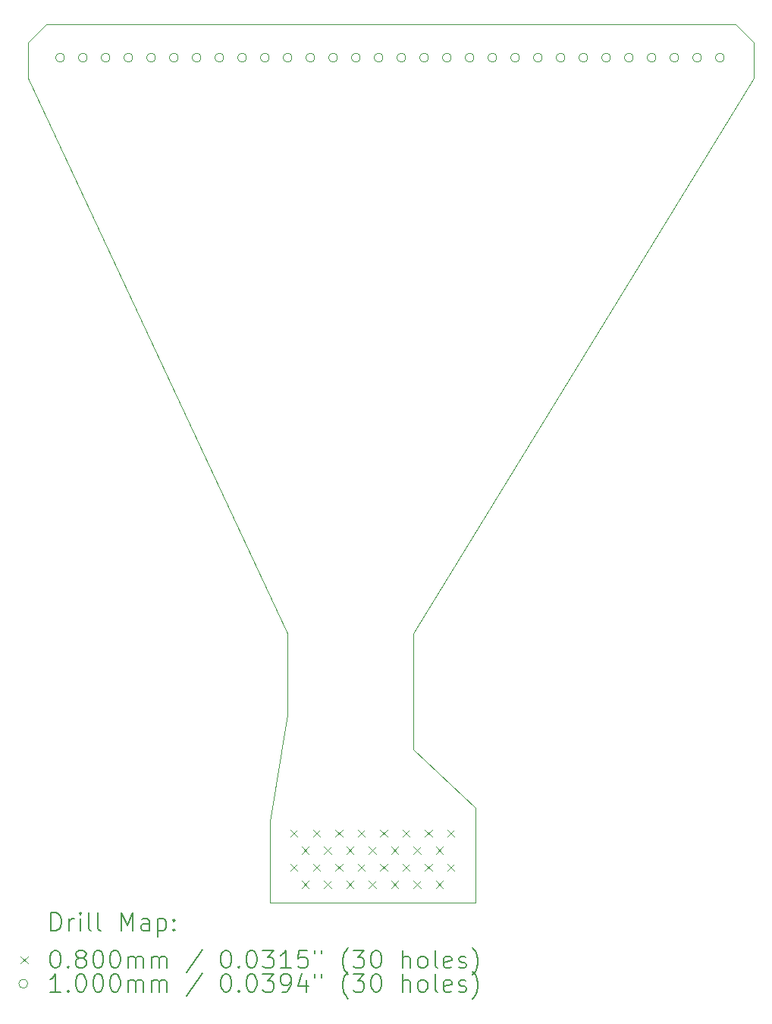
<source format=gbr>
%TF.GenerationSoftware,KiCad,Pcbnew,9.0.1*%
%TF.CreationDate,2025-04-18T23:06:30-04:00*%
%TF.ProjectId,PCE_SCSI_Logic,5043455f-5343-4534-995f-4c6f6769632e,rev?*%
%TF.SameCoordinates,Original*%
%TF.FileFunction,Drillmap*%
%TF.FilePolarity,Positive*%
%FSLAX45Y45*%
G04 Gerber Fmt 4.5, Leading zero omitted, Abs format (unit mm)*
G04 Created by KiCad (PCBNEW 9.0.1) date 2025-04-18 23:06:30*
%MOMM*%
%LPD*%
G01*
G04 APERTURE LIST*
%ADD10C,0.050000*%
%ADD11C,0.200000*%
%ADD12C,0.100000*%
G04 APERTURE END LIST*
D10*
X19100000Y-6200000D02*
X19100000Y-6600000D01*
X15300000Y-12800000D01*
X15300000Y-14095000D01*
X15995000Y-14745000D01*
X16000000Y-15800000D01*
X13800000Y-15800000D01*
X13700000Y-15800000D01*
X13700000Y-14900000D01*
X13900000Y-13700000D01*
X13900000Y-12800000D01*
X11000000Y-6600000D01*
X11000000Y-6200000D01*
X11200000Y-6000000D01*
X18900000Y-6000000D01*
X19100000Y-6200000D01*
D11*
D12*
X13930000Y-14988500D02*
X14010000Y-15068500D01*
X14010000Y-14988500D02*
X13930000Y-15068500D01*
X13930000Y-15369500D02*
X14010000Y-15449500D01*
X14010000Y-15369500D02*
X13930000Y-15449500D01*
X14055000Y-15179000D02*
X14135000Y-15259000D01*
X14135000Y-15179000D02*
X14055000Y-15259000D01*
X14055000Y-15560000D02*
X14135000Y-15640000D01*
X14135000Y-15560000D02*
X14055000Y-15640000D01*
X14180000Y-14988500D02*
X14260000Y-15068500D01*
X14260000Y-14988500D02*
X14180000Y-15068500D01*
X14180000Y-15369500D02*
X14260000Y-15449500D01*
X14260000Y-15369500D02*
X14180000Y-15449500D01*
X14305000Y-15179000D02*
X14385000Y-15259000D01*
X14385000Y-15179000D02*
X14305000Y-15259000D01*
X14305000Y-15560000D02*
X14385000Y-15640000D01*
X14385000Y-15560000D02*
X14305000Y-15640000D01*
X14430000Y-14988500D02*
X14510000Y-15068500D01*
X14510000Y-14988500D02*
X14430000Y-15068500D01*
X14430000Y-15369500D02*
X14510000Y-15449500D01*
X14510000Y-15369500D02*
X14430000Y-15449500D01*
X14555000Y-15179000D02*
X14635000Y-15259000D01*
X14635000Y-15179000D02*
X14555000Y-15259000D01*
X14555000Y-15560000D02*
X14635000Y-15640000D01*
X14635000Y-15560000D02*
X14555000Y-15640000D01*
X14680000Y-14988500D02*
X14760000Y-15068500D01*
X14760000Y-14988500D02*
X14680000Y-15068500D01*
X14680000Y-15369500D02*
X14760000Y-15449500D01*
X14760000Y-15369500D02*
X14680000Y-15449500D01*
X14805000Y-15179000D02*
X14885000Y-15259000D01*
X14885000Y-15179000D02*
X14805000Y-15259000D01*
X14805000Y-15560000D02*
X14885000Y-15640000D01*
X14885000Y-15560000D02*
X14805000Y-15640000D01*
X14930000Y-14988500D02*
X15010000Y-15068500D01*
X15010000Y-14988500D02*
X14930000Y-15068500D01*
X14930000Y-15369500D02*
X15010000Y-15449500D01*
X15010000Y-15369500D02*
X14930000Y-15449500D01*
X15055000Y-15179000D02*
X15135000Y-15259000D01*
X15135000Y-15179000D02*
X15055000Y-15259000D01*
X15055000Y-15560000D02*
X15135000Y-15640000D01*
X15135000Y-15560000D02*
X15055000Y-15640000D01*
X15180000Y-14988500D02*
X15260000Y-15068500D01*
X15260000Y-14988500D02*
X15180000Y-15068500D01*
X15180000Y-15369500D02*
X15260000Y-15449500D01*
X15260000Y-15369500D02*
X15180000Y-15449500D01*
X15305000Y-15179000D02*
X15385000Y-15259000D01*
X15385000Y-15179000D02*
X15305000Y-15259000D01*
X15305000Y-15560000D02*
X15385000Y-15640000D01*
X15385000Y-15560000D02*
X15305000Y-15640000D01*
X15430000Y-14988500D02*
X15510000Y-15068500D01*
X15510000Y-14988500D02*
X15430000Y-15068500D01*
X15430000Y-15369500D02*
X15510000Y-15449500D01*
X15510000Y-15369500D02*
X15430000Y-15449500D01*
X15555000Y-15179000D02*
X15635000Y-15259000D01*
X15635000Y-15179000D02*
X15555000Y-15259000D01*
X15555000Y-15560000D02*
X15635000Y-15640000D01*
X15635000Y-15560000D02*
X15555000Y-15640000D01*
X15680000Y-14988500D02*
X15760000Y-15068500D01*
X15760000Y-14988500D02*
X15680000Y-15068500D01*
X15680000Y-15369500D02*
X15760000Y-15449500D01*
X15760000Y-15369500D02*
X15680000Y-15449500D01*
X11408000Y-6369500D02*
G75*
G02*
X11308000Y-6369500I-50000J0D01*
G01*
X11308000Y-6369500D02*
G75*
G02*
X11408000Y-6369500I50000J0D01*
G01*
X11662000Y-6369500D02*
G75*
G02*
X11562000Y-6369500I-50000J0D01*
G01*
X11562000Y-6369500D02*
G75*
G02*
X11662000Y-6369500I50000J0D01*
G01*
X11916000Y-6369500D02*
G75*
G02*
X11816000Y-6369500I-50000J0D01*
G01*
X11816000Y-6369500D02*
G75*
G02*
X11916000Y-6369500I50000J0D01*
G01*
X12170000Y-6369500D02*
G75*
G02*
X12070000Y-6369500I-50000J0D01*
G01*
X12070000Y-6369500D02*
G75*
G02*
X12170000Y-6369500I50000J0D01*
G01*
X12424000Y-6369500D02*
G75*
G02*
X12324000Y-6369500I-50000J0D01*
G01*
X12324000Y-6369500D02*
G75*
G02*
X12424000Y-6369500I50000J0D01*
G01*
X12678000Y-6369500D02*
G75*
G02*
X12578000Y-6369500I-50000J0D01*
G01*
X12578000Y-6369500D02*
G75*
G02*
X12678000Y-6369500I50000J0D01*
G01*
X12932000Y-6369500D02*
G75*
G02*
X12832000Y-6369500I-50000J0D01*
G01*
X12832000Y-6369500D02*
G75*
G02*
X12932000Y-6369500I50000J0D01*
G01*
X13186000Y-6369500D02*
G75*
G02*
X13086000Y-6369500I-50000J0D01*
G01*
X13086000Y-6369500D02*
G75*
G02*
X13186000Y-6369500I50000J0D01*
G01*
X13440000Y-6369500D02*
G75*
G02*
X13340000Y-6369500I-50000J0D01*
G01*
X13340000Y-6369500D02*
G75*
G02*
X13440000Y-6369500I50000J0D01*
G01*
X13694000Y-6369500D02*
G75*
G02*
X13594000Y-6369500I-50000J0D01*
G01*
X13594000Y-6369500D02*
G75*
G02*
X13694000Y-6369500I50000J0D01*
G01*
X13948000Y-6369500D02*
G75*
G02*
X13848000Y-6369500I-50000J0D01*
G01*
X13848000Y-6369500D02*
G75*
G02*
X13948000Y-6369500I50000J0D01*
G01*
X14202000Y-6369500D02*
G75*
G02*
X14102000Y-6369500I-50000J0D01*
G01*
X14102000Y-6369500D02*
G75*
G02*
X14202000Y-6369500I50000J0D01*
G01*
X14456000Y-6369500D02*
G75*
G02*
X14356000Y-6369500I-50000J0D01*
G01*
X14356000Y-6369500D02*
G75*
G02*
X14456000Y-6369500I50000J0D01*
G01*
X14710000Y-6369500D02*
G75*
G02*
X14610000Y-6369500I-50000J0D01*
G01*
X14610000Y-6369500D02*
G75*
G02*
X14710000Y-6369500I50000J0D01*
G01*
X14964000Y-6369500D02*
G75*
G02*
X14864000Y-6369500I-50000J0D01*
G01*
X14864000Y-6369500D02*
G75*
G02*
X14964000Y-6369500I50000J0D01*
G01*
X15218000Y-6369500D02*
G75*
G02*
X15118000Y-6369500I-50000J0D01*
G01*
X15118000Y-6369500D02*
G75*
G02*
X15218000Y-6369500I50000J0D01*
G01*
X15472000Y-6369500D02*
G75*
G02*
X15372000Y-6369500I-50000J0D01*
G01*
X15372000Y-6369500D02*
G75*
G02*
X15472000Y-6369500I50000J0D01*
G01*
X15726000Y-6369500D02*
G75*
G02*
X15626000Y-6369500I-50000J0D01*
G01*
X15626000Y-6369500D02*
G75*
G02*
X15726000Y-6369500I50000J0D01*
G01*
X15980000Y-6369500D02*
G75*
G02*
X15880000Y-6369500I-50000J0D01*
G01*
X15880000Y-6369500D02*
G75*
G02*
X15980000Y-6369500I50000J0D01*
G01*
X16234000Y-6369500D02*
G75*
G02*
X16134000Y-6369500I-50000J0D01*
G01*
X16134000Y-6369500D02*
G75*
G02*
X16234000Y-6369500I50000J0D01*
G01*
X16488000Y-6369500D02*
G75*
G02*
X16388000Y-6369500I-50000J0D01*
G01*
X16388000Y-6369500D02*
G75*
G02*
X16488000Y-6369500I50000J0D01*
G01*
X16742000Y-6369500D02*
G75*
G02*
X16642000Y-6369500I-50000J0D01*
G01*
X16642000Y-6369500D02*
G75*
G02*
X16742000Y-6369500I50000J0D01*
G01*
X16996000Y-6369500D02*
G75*
G02*
X16896000Y-6369500I-50000J0D01*
G01*
X16896000Y-6369500D02*
G75*
G02*
X16996000Y-6369500I50000J0D01*
G01*
X17250000Y-6369500D02*
G75*
G02*
X17150000Y-6369500I-50000J0D01*
G01*
X17150000Y-6369500D02*
G75*
G02*
X17250000Y-6369500I50000J0D01*
G01*
X17504000Y-6369500D02*
G75*
G02*
X17404000Y-6369500I-50000J0D01*
G01*
X17404000Y-6369500D02*
G75*
G02*
X17504000Y-6369500I50000J0D01*
G01*
X17758000Y-6369500D02*
G75*
G02*
X17658000Y-6369500I-50000J0D01*
G01*
X17658000Y-6369500D02*
G75*
G02*
X17758000Y-6369500I50000J0D01*
G01*
X18012000Y-6369500D02*
G75*
G02*
X17912000Y-6369500I-50000J0D01*
G01*
X17912000Y-6369500D02*
G75*
G02*
X18012000Y-6369500I50000J0D01*
G01*
X18266000Y-6369500D02*
G75*
G02*
X18166000Y-6369500I-50000J0D01*
G01*
X18166000Y-6369500D02*
G75*
G02*
X18266000Y-6369500I50000J0D01*
G01*
X18520000Y-6369500D02*
G75*
G02*
X18420000Y-6369500I-50000J0D01*
G01*
X18420000Y-6369500D02*
G75*
G02*
X18520000Y-6369500I50000J0D01*
G01*
X18774000Y-6369500D02*
G75*
G02*
X18674000Y-6369500I-50000J0D01*
G01*
X18674000Y-6369500D02*
G75*
G02*
X18774000Y-6369500I50000J0D01*
G01*
D11*
X11258277Y-16113984D02*
X11258277Y-15913984D01*
X11258277Y-15913984D02*
X11305896Y-15913984D01*
X11305896Y-15913984D02*
X11334467Y-15923508D01*
X11334467Y-15923508D02*
X11353515Y-15942555D01*
X11353515Y-15942555D02*
X11363039Y-15961603D01*
X11363039Y-15961603D02*
X11372562Y-15999698D01*
X11372562Y-15999698D02*
X11372562Y-16028269D01*
X11372562Y-16028269D02*
X11363039Y-16066365D01*
X11363039Y-16066365D02*
X11353515Y-16085412D01*
X11353515Y-16085412D02*
X11334467Y-16104460D01*
X11334467Y-16104460D02*
X11305896Y-16113984D01*
X11305896Y-16113984D02*
X11258277Y-16113984D01*
X11458277Y-16113984D02*
X11458277Y-15980650D01*
X11458277Y-16018746D02*
X11467801Y-15999698D01*
X11467801Y-15999698D02*
X11477324Y-15990174D01*
X11477324Y-15990174D02*
X11496372Y-15980650D01*
X11496372Y-15980650D02*
X11515420Y-15980650D01*
X11582086Y-16113984D02*
X11582086Y-15980650D01*
X11582086Y-15913984D02*
X11572562Y-15923508D01*
X11572562Y-15923508D02*
X11582086Y-15933031D01*
X11582086Y-15933031D02*
X11591610Y-15923508D01*
X11591610Y-15923508D02*
X11582086Y-15913984D01*
X11582086Y-15913984D02*
X11582086Y-15933031D01*
X11705896Y-16113984D02*
X11686848Y-16104460D01*
X11686848Y-16104460D02*
X11677324Y-16085412D01*
X11677324Y-16085412D02*
X11677324Y-15913984D01*
X11810658Y-16113984D02*
X11791610Y-16104460D01*
X11791610Y-16104460D02*
X11782086Y-16085412D01*
X11782086Y-16085412D02*
X11782086Y-15913984D01*
X12039229Y-16113984D02*
X12039229Y-15913984D01*
X12039229Y-15913984D02*
X12105896Y-16056841D01*
X12105896Y-16056841D02*
X12172562Y-15913984D01*
X12172562Y-15913984D02*
X12172562Y-16113984D01*
X12353515Y-16113984D02*
X12353515Y-16009222D01*
X12353515Y-16009222D02*
X12343991Y-15990174D01*
X12343991Y-15990174D02*
X12324943Y-15980650D01*
X12324943Y-15980650D02*
X12286848Y-15980650D01*
X12286848Y-15980650D02*
X12267801Y-15990174D01*
X12353515Y-16104460D02*
X12334467Y-16113984D01*
X12334467Y-16113984D02*
X12286848Y-16113984D01*
X12286848Y-16113984D02*
X12267801Y-16104460D01*
X12267801Y-16104460D02*
X12258277Y-16085412D01*
X12258277Y-16085412D02*
X12258277Y-16066365D01*
X12258277Y-16066365D02*
X12267801Y-16047317D01*
X12267801Y-16047317D02*
X12286848Y-16037793D01*
X12286848Y-16037793D02*
X12334467Y-16037793D01*
X12334467Y-16037793D02*
X12353515Y-16028269D01*
X12448753Y-15980650D02*
X12448753Y-16180650D01*
X12448753Y-15990174D02*
X12467801Y-15980650D01*
X12467801Y-15980650D02*
X12505896Y-15980650D01*
X12505896Y-15980650D02*
X12524943Y-15990174D01*
X12524943Y-15990174D02*
X12534467Y-15999698D01*
X12534467Y-15999698D02*
X12543991Y-16018746D01*
X12543991Y-16018746D02*
X12543991Y-16075888D01*
X12543991Y-16075888D02*
X12534467Y-16094936D01*
X12534467Y-16094936D02*
X12524943Y-16104460D01*
X12524943Y-16104460D02*
X12505896Y-16113984D01*
X12505896Y-16113984D02*
X12467801Y-16113984D01*
X12467801Y-16113984D02*
X12448753Y-16104460D01*
X12629705Y-16094936D02*
X12639229Y-16104460D01*
X12639229Y-16104460D02*
X12629705Y-16113984D01*
X12629705Y-16113984D02*
X12620182Y-16104460D01*
X12620182Y-16104460D02*
X12629705Y-16094936D01*
X12629705Y-16094936D02*
X12629705Y-16113984D01*
X12629705Y-15990174D02*
X12639229Y-15999698D01*
X12639229Y-15999698D02*
X12629705Y-16009222D01*
X12629705Y-16009222D02*
X12620182Y-15999698D01*
X12620182Y-15999698D02*
X12629705Y-15990174D01*
X12629705Y-15990174D02*
X12629705Y-16009222D01*
D12*
X10917500Y-16402500D02*
X10997500Y-16482500D01*
X10997500Y-16402500D02*
X10917500Y-16482500D01*
D11*
X11296372Y-16333984D02*
X11315420Y-16333984D01*
X11315420Y-16333984D02*
X11334467Y-16343508D01*
X11334467Y-16343508D02*
X11343991Y-16353031D01*
X11343991Y-16353031D02*
X11353515Y-16372079D01*
X11353515Y-16372079D02*
X11363039Y-16410174D01*
X11363039Y-16410174D02*
X11363039Y-16457793D01*
X11363039Y-16457793D02*
X11353515Y-16495888D01*
X11353515Y-16495888D02*
X11343991Y-16514936D01*
X11343991Y-16514936D02*
X11334467Y-16524460D01*
X11334467Y-16524460D02*
X11315420Y-16533984D01*
X11315420Y-16533984D02*
X11296372Y-16533984D01*
X11296372Y-16533984D02*
X11277324Y-16524460D01*
X11277324Y-16524460D02*
X11267801Y-16514936D01*
X11267801Y-16514936D02*
X11258277Y-16495888D01*
X11258277Y-16495888D02*
X11248753Y-16457793D01*
X11248753Y-16457793D02*
X11248753Y-16410174D01*
X11248753Y-16410174D02*
X11258277Y-16372079D01*
X11258277Y-16372079D02*
X11267801Y-16353031D01*
X11267801Y-16353031D02*
X11277324Y-16343508D01*
X11277324Y-16343508D02*
X11296372Y-16333984D01*
X11448753Y-16514936D02*
X11458277Y-16524460D01*
X11458277Y-16524460D02*
X11448753Y-16533984D01*
X11448753Y-16533984D02*
X11439229Y-16524460D01*
X11439229Y-16524460D02*
X11448753Y-16514936D01*
X11448753Y-16514936D02*
X11448753Y-16533984D01*
X11572562Y-16419698D02*
X11553515Y-16410174D01*
X11553515Y-16410174D02*
X11543991Y-16400650D01*
X11543991Y-16400650D02*
X11534467Y-16381603D01*
X11534467Y-16381603D02*
X11534467Y-16372079D01*
X11534467Y-16372079D02*
X11543991Y-16353031D01*
X11543991Y-16353031D02*
X11553515Y-16343508D01*
X11553515Y-16343508D02*
X11572562Y-16333984D01*
X11572562Y-16333984D02*
X11610658Y-16333984D01*
X11610658Y-16333984D02*
X11629705Y-16343508D01*
X11629705Y-16343508D02*
X11639229Y-16353031D01*
X11639229Y-16353031D02*
X11648753Y-16372079D01*
X11648753Y-16372079D02*
X11648753Y-16381603D01*
X11648753Y-16381603D02*
X11639229Y-16400650D01*
X11639229Y-16400650D02*
X11629705Y-16410174D01*
X11629705Y-16410174D02*
X11610658Y-16419698D01*
X11610658Y-16419698D02*
X11572562Y-16419698D01*
X11572562Y-16419698D02*
X11553515Y-16429222D01*
X11553515Y-16429222D02*
X11543991Y-16438746D01*
X11543991Y-16438746D02*
X11534467Y-16457793D01*
X11534467Y-16457793D02*
X11534467Y-16495888D01*
X11534467Y-16495888D02*
X11543991Y-16514936D01*
X11543991Y-16514936D02*
X11553515Y-16524460D01*
X11553515Y-16524460D02*
X11572562Y-16533984D01*
X11572562Y-16533984D02*
X11610658Y-16533984D01*
X11610658Y-16533984D02*
X11629705Y-16524460D01*
X11629705Y-16524460D02*
X11639229Y-16514936D01*
X11639229Y-16514936D02*
X11648753Y-16495888D01*
X11648753Y-16495888D02*
X11648753Y-16457793D01*
X11648753Y-16457793D02*
X11639229Y-16438746D01*
X11639229Y-16438746D02*
X11629705Y-16429222D01*
X11629705Y-16429222D02*
X11610658Y-16419698D01*
X11772562Y-16333984D02*
X11791610Y-16333984D01*
X11791610Y-16333984D02*
X11810658Y-16343508D01*
X11810658Y-16343508D02*
X11820182Y-16353031D01*
X11820182Y-16353031D02*
X11829705Y-16372079D01*
X11829705Y-16372079D02*
X11839229Y-16410174D01*
X11839229Y-16410174D02*
X11839229Y-16457793D01*
X11839229Y-16457793D02*
X11829705Y-16495888D01*
X11829705Y-16495888D02*
X11820182Y-16514936D01*
X11820182Y-16514936D02*
X11810658Y-16524460D01*
X11810658Y-16524460D02*
X11791610Y-16533984D01*
X11791610Y-16533984D02*
X11772562Y-16533984D01*
X11772562Y-16533984D02*
X11753515Y-16524460D01*
X11753515Y-16524460D02*
X11743991Y-16514936D01*
X11743991Y-16514936D02*
X11734467Y-16495888D01*
X11734467Y-16495888D02*
X11724943Y-16457793D01*
X11724943Y-16457793D02*
X11724943Y-16410174D01*
X11724943Y-16410174D02*
X11734467Y-16372079D01*
X11734467Y-16372079D02*
X11743991Y-16353031D01*
X11743991Y-16353031D02*
X11753515Y-16343508D01*
X11753515Y-16343508D02*
X11772562Y-16333984D01*
X11963039Y-16333984D02*
X11982086Y-16333984D01*
X11982086Y-16333984D02*
X12001134Y-16343508D01*
X12001134Y-16343508D02*
X12010658Y-16353031D01*
X12010658Y-16353031D02*
X12020182Y-16372079D01*
X12020182Y-16372079D02*
X12029705Y-16410174D01*
X12029705Y-16410174D02*
X12029705Y-16457793D01*
X12029705Y-16457793D02*
X12020182Y-16495888D01*
X12020182Y-16495888D02*
X12010658Y-16514936D01*
X12010658Y-16514936D02*
X12001134Y-16524460D01*
X12001134Y-16524460D02*
X11982086Y-16533984D01*
X11982086Y-16533984D02*
X11963039Y-16533984D01*
X11963039Y-16533984D02*
X11943991Y-16524460D01*
X11943991Y-16524460D02*
X11934467Y-16514936D01*
X11934467Y-16514936D02*
X11924943Y-16495888D01*
X11924943Y-16495888D02*
X11915420Y-16457793D01*
X11915420Y-16457793D02*
X11915420Y-16410174D01*
X11915420Y-16410174D02*
X11924943Y-16372079D01*
X11924943Y-16372079D02*
X11934467Y-16353031D01*
X11934467Y-16353031D02*
X11943991Y-16343508D01*
X11943991Y-16343508D02*
X11963039Y-16333984D01*
X12115420Y-16533984D02*
X12115420Y-16400650D01*
X12115420Y-16419698D02*
X12124943Y-16410174D01*
X12124943Y-16410174D02*
X12143991Y-16400650D01*
X12143991Y-16400650D02*
X12172563Y-16400650D01*
X12172563Y-16400650D02*
X12191610Y-16410174D01*
X12191610Y-16410174D02*
X12201134Y-16429222D01*
X12201134Y-16429222D02*
X12201134Y-16533984D01*
X12201134Y-16429222D02*
X12210658Y-16410174D01*
X12210658Y-16410174D02*
X12229705Y-16400650D01*
X12229705Y-16400650D02*
X12258277Y-16400650D01*
X12258277Y-16400650D02*
X12277324Y-16410174D01*
X12277324Y-16410174D02*
X12286848Y-16429222D01*
X12286848Y-16429222D02*
X12286848Y-16533984D01*
X12382086Y-16533984D02*
X12382086Y-16400650D01*
X12382086Y-16419698D02*
X12391610Y-16410174D01*
X12391610Y-16410174D02*
X12410658Y-16400650D01*
X12410658Y-16400650D02*
X12439229Y-16400650D01*
X12439229Y-16400650D02*
X12458277Y-16410174D01*
X12458277Y-16410174D02*
X12467801Y-16429222D01*
X12467801Y-16429222D02*
X12467801Y-16533984D01*
X12467801Y-16429222D02*
X12477324Y-16410174D01*
X12477324Y-16410174D02*
X12496372Y-16400650D01*
X12496372Y-16400650D02*
X12524943Y-16400650D01*
X12524943Y-16400650D02*
X12543991Y-16410174D01*
X12543991Y-16410174D02*
X12553515Y-16429222D01*
X12553515Y-16429222D02*
X12553515Y-16533984D01*
X12943991Y-16324460D02*
X12772563Y-16581603D01*
X13201134Y-16333984D02*
X13220182Y-16333984D01*
X13220182Y-16333984D02*
X13239229Y-16343508D01*
X13239229Y-16343508D02*
X13248753Y-16353031D01*
X13248753Y-16353031D02*
X13258277Y-16372079D01*
X13258277Y-16372079D02*
X13267801Y-16410174D01*
X13267801Y-16410174D02*
X13267801Y-16457793D01*
X13267801Y-16457793D02*
X13258277Y-16495888D01*
X13258277Y-16495888D02*
X13248753Y-16514936D01*
X13248753Y-16514936D02*
X13239229Y-16524460D01*
X13239229Y-16524460D02*
X13220182Y-16533984D01*
X13220182Y-16533984D02*
X13201134Y-16533984D01*
X13201134Y-16533984D02*
X13182086Y-16524460D01*
X13182086Y-16524460D02*
X13172563Y-16514936D01*
X13172563Y-16514936D02*
X13163039Y-16495888D01*
X13163039Y-16495888D02*
X13153515Y-16457793D01*
X13153515Y-16457793D02*
X13153515Y-16410174D01*
X13153515Y-16410174D02*
X13163039Y-16372079D01*
X13163039Y-16372079D02*
X13172563Y-16353031D01*
X13172563Y-16353031D02*
X13182086Y-16343508D01*
X13182086Y-16343508D02*
X13201134Y-16333984D01*
X13353515Y-16514936D02*
X13363039Y-16524460D01*
X13363039Y-16524460D02*
X13353515Y-16533984D01*
X13353515Y-16533984D02*
X13343991Y-16524460D01*
X13343991Y-16524460D02*
X13353515Y-16514936D01*
X13353515Y-16514936D02*
X13353515Y-16533984D01*
X13486848Y-16333984D02*
X13505896Y-16333984D01*
X13505896Y-16333984D02*
X13524944Y-16343508D01*
X13524944Y-16343508D02*
X13534467Y-16353031D01*
X13534467Y-16353031D02*
X13543991Y-16372079D01*
X13543991Y-16372079D02*
X13553515Y-16410174D01*
X13553515Y-16410174D02*
X13553515Y-16457793D01*
X13553515Y-16457793D02*
X13543991Y-16495888D01*
X13543991Y-16495888D02*
X13534467Y-16514936D01*
X13534467Y-16514936D02*
X13524944Y-16524460D01*
X13524944Y-16524460D02*
X13505896Y-16533984D01*
X13505896Y-16533984D02*
X13486848Y-16533984D01*
X13486848Y-16533984D02*
X13467801Y-16524460D01*
X13467801Y-16524460D02*
X13458277Y-16514936D01*
X13458277Y-16514936D02*
X13448753Y-16495888D01*
X13448753Y-16495888D02*
X13439229Y-16457793D01*
X13439229Y-16457793D02*
X13439229Y-16410174D01*
X13439229Y-16410174D02*
X13448753Y-16372079D01*
X13448753Y-16372079D02*
X13458277Y-16353031D01*
X13458277Y-16353031D02*
X13467801Y-16343508D01*
X13467801Y-16343508D02*
X13486848Y-16333984D01*
X13620182Y-16333984D02*
X13743991Y-16333984D01*
X13743991Y-16333984D02*
X13677325Y-16410174D01*
X13677325Y-16410174D02*
X13705896Y-16410174D01*
X13705896Y-16410174D02*
X13724944Y-16419698D01*
X13724944Y-16419698D02*
X13734467Y-16429222D01*
X13734467Y-16429222D02*
X13743991Y-16448269D01*
X13743991Y-16448269D02*
X13743991Y-16495888D01*
X13743991Y-16495888D02*
X13734467Y-16514936D01*
X13734467Y-16514936D02*
X13724944Y-16524460D01*
X13724944Y-16524460D02*
X13705896Y-16533984D01*
X13705896Y-16533984D02*
X13648753Y-16533984D01*
X13648753Y-16533984D02*
X13629706Y-16524460D01*
X13629706Y-16524460D02*
X13620182Y-16514936D01*
X13934467Y-16533984D02*
X13820182Y-16533984D01*
X13877325Y-16533984D02*
X13877325Y-16333984D01*
X13877325Y-16333984D02*
X13858277Y-16362555D01*
X13858277Y-16362555D02*
X13839229Y-16381603D01*
X13839229Y-16381603D02*
X13820182Y-16391127D01*
X14115420Y-16333984D02*
X14020182Y-16333984D01*
X14020182Y-16333984D02*
X14010658Y-16429222D01*
X14010658Y-16429222D02*
X14020182Y-16419698D01*
X14020182Y-16419698D02*
X14039229Y-16410174D01*
X14039229Y-16410174D02*
X14086848Y-16410174D01*
X14086848Y-16410174D02*
X14105896Y-16419698D01*
X14105896Y-16419698D02*
X14115420Y-16429222D01*
X14115420Y-16429222D02*
X14124944Y-16448269D01*
X14124944Y-16448269D02*
X14124944Y-16495888D01*
X14124944Y-16495888D02*
X14115420Y-16514936D01*
X14115420Y-16514936D02*
X14105896Y-16524460D01*
X14105896Y-16524460D02*
X14086848Y-16533984D01*
X14086848Y-16533984D02*
X14039229Y-16533984D01*
X14039229Y-16533984D02*
X14020182Y-16524460D01*
X14020182Y-16524460D02*
X14010658Y-16514936D01*
X14201134Y-16333984D02*
X14201134Y-16372079D01*
X14277325Y-16333984D02*
X14277325Y-16372079D01*
X14572563Y-16610174D02*
X14563039Y-16600650D01*
X14563039Y-16600650D02*
X14543991Y-16572079D01*
X14543991Y-16572079D02*
X14534468Y-16553031D01*
X14534468Y-16553031D02*
X14524944Y-16524460D01*
X14524944Y-16524460D02*
X14515420Y-16476841D01*
X14515420Y-16476841D02*
X14515420Y-16438746D01*
X14515420Y-16438746D02*
X14524944Y-16391127D01*
X14524944Y-16391127D02*
X14534468Y-16362555D01*
X14534468Y-16362555D02*
X14543991Y-16343508D01*
X14543991Y-16343508D02*
X14563039Y-16314936D01*
X14563039Y-16314936D02*
X14572563Y-16305412D01*
X14629706Y-16333984D02*
X14753515Y-16333984D01*
X14753515Y-16333984D02*
X14686848Y-16410174D01*
X14686848Y-16410174D02*
X14715420Y-16410174D01*
X14715420Y-16410174D02*
X14734468Y-16419698D01*
X14734468Y-16419698D02*
X14743991Y-16429222D01*
X14743991Y-16429222D02*
X14753515Y-16448269D01*
X14753515Y-16448269D02*
X14753515Y-16495888D01*
X14753515Y-16495888D02*
X14743991Y-16514936D01*
X14743991Y-16514936D02*
X14734468Y-16524460D01*
X14734468Y-16524460D02*
X14715420Y-16533984D01*
X14715420Y-16533984D02*
X14658277Y-16533984D01*
X14658277Y-16533984D02*
X14639229Y-16524460D01*
X14639229Y-16524460D02*
X14629706Y-16514936D01*
X14877325Y-16333984D02*
X14896372Y-16333984D01*
X14896372Y-16333984D02*
X14915420Y-16343508D01*
X14915420Y-16343508D02*
X14924944Y-16353031D01*
X14924944Y-16353031D02*
X14934468Y-16372079D01*
X14934468Y-16372079D02*
X14943991Y-16410174D01*
X14943991Y-16410174D02*
X14943991Y-16457793D01*
X14943991Y-16457793D02*
X14934468Y-16495888D01*
X14934468Y-16495888D02*
X14924944Y-16514936D01*
X14924944Y-16514936D02*
X14915420Y-16524460D01*
X14915420Y-16524460D02*
X14896372Y-16533984D01*
X14896372Y-16533984D02*
X14877325Y-16533984D01*
X14877325Y-16533984D02*
X14858277Y-16524460D01*
X14858277Y-16524460D02*
X14848753Y-16514936D01*
X14848753Y-16514936D02*
X14839229Y-16495888D01*
X14839229Y-16495888D02*
X14829706Y-16457793D01*
X14829706Y-16457793D02*
X14829706Y-16410174D01*
X14829706Y-16410174D02*
X14839229Y-16372079D01*
X14839229Y-16372079D02*
X14848753Y-16353031D01*
X14848753Y-16353031D02*
X14858277Y-16343508D01*
X14858277Y-16343508D02*
X14877325Y-16333984D01*
X15182087Y-16533984D02*
X15182087Y-16333984D01*
X15267801Y-16533984D02*
X15267801Y-16429222D01*
X15267801Y-16429222D02*
X15258277Y-16410174D01*
X15258277Y-16410174D02*
X15239230Y-16400650D01*
X15239230Y-16400650D02*
X15210658Y-16400650D01*
X15210658Y-16400650D02*
X15191610Y-16410174D01*
X15191610Y-16410174D02*
X15182087Y-16419698D01*
X15391610Y-16533984D02*
X15372563Y-16524460D01*
X15372563Y-16524460D02*
X15363039Y-16514936D01*
X15363039Y-16514936D02*
X15353515Y-16495888D01*
X15353515Y-16495888D02*
X15353515Y-16438746D01*
X15353515Y-16438746D02*
X15363039Y-16419698D01*
X15363039Y-16419698D02*
X15372563Y-16410174D01*
X15372563Y-16410174D02*
X15391610Y-16400650D01*
X15391610Y-16400650D02*
X15420182Y-16400650D01*
X15420182Y-16400650D02*
X15439230Y-16410174D01*
X15439230Y-16410174D02*
X15448753Y-16419698D01*
X15448753Y-16419698D02*
X15458277Y-16438746D01*
X15458277Y-16438746D02*
X15458277Y-16495888D01*
X15458277Y-16495888D02*
X15448753Y-16514936D01*
X15448753Y-16514936D02*
X15439230Y-16524460D01*
X15439230Y-16524460D02*
X15420182Y-16533984D01*
X15420182Y-16533984D02*
X15391610Y-16533984D01*
X15572563Y-16533984D02*
X15553515Y-16524460D01*
X15553515Y-16524460D02*
X15543991Y-16505412D01*
X15543991Y-16505412D02*
X15543991Y-16333984D01*
X15724944Y-16524460D02*
X15705896Y-16533984D01*
X15705896Y-16533984D02*
X15667801Y-16533984D01*
X15667801Y-16533984D02*
X15648753Y-16524460D01*
X15648753Y-16524460D02*
X15639230Y-16505412D01*
X15639230Y-16505412D02*
X15639230Y-16429222D01*
X15639230Y-16429222D02*
X15648753Y-16410174D01*
X15648753Y-16410174D02*
X15667801Y-16400650D01*
X15667801Y-16400650D02*
X15705896Y-16400650D01*
X15705896Y-16400650D02*
X15724944Y-16410174D01*
X15724944Y-16410174D02*
X15734468Y-16429222D01*
X15734468Y-16429222D02*
X15734468Y-16448269D01*
X15734468Y-16448269D02*
X15639230Y-16467317D01*
X15810658Y-16524460D02*
X15829706Y-16533984D01*
X15829706Y-16533984D02*
X15867801Y-16533984D01*
X15867801Y-16533984D02*
X15886849Y-16524460D01*
X15886849Y-16524460D02*
X15896372Y-16505412D01*
X15896372Y-16505412D02*
X15896372Y-16495888D01*
X15896372Y-16495888D02*
X15886849Y-16476841D01*
X15886849Y-16476841D02*
X15867801Y-16467317D01*
X15867801Y-16467317D02*
X15839230Y-16467317D01*
X15839230Y-16467317D02*
X15820182Y-16457793D01*
X15820182Y-16457793D02*
X15810658Y-16438746D01*
X15810658Y-16438746D02*
X15810658Y-16429222D01*
X15810658Y-16429222D02*
X15820182Y-16410174D01*
X15820182Y-16410174D02*
X15839230Y-16400650D01*
X15839230Y-16400650D02*
X15867801Y-16400650D01*
X15867801Y-16400650D02*
X15886849Y-16410174D01*
X15963039Y-16610174D02*
X15972563Y-16600650D01*
X15972563Y-16600650D02*
X15991611Y-16572079D01*
X15991611Y-16572079D02*
X16001134Y-16553031D01*
X16001134Y-16553031D02*
X16010658Y-16524460D01*
X16010658Y-16524460D02*
X16020182Y-16476841D01*
X16020182Y-16476841D02*
X16020182Y-16438746D01*
X16020182Y-16438746D02*
X16010658Y-16391127D01*
X16010658Y-16391127D02*
X16001134Y-16362555D01*
X16001134Y-16362555D02*
X15991611Y-16343508D01*
X15991611Y-16343508D02*
X15972563Y-16314936D01*
X15972563Y-16314936D02*
X15963039Y-16305412D01*
D12*
X10997500Y-16706500D02*
G75*
G02*
X10897500Y-16706500I-50000J0D01*
G01*
X10897500Y-16706500D02*
G75*
G02*
X10997500Y-16706500I50000J0D01*
G01*
D11*
X11363039Y-16797984D02*
X11248753Y-16797984D01*
X11305896Y-16797984D02*
X11305896Y-16597984D01*
X11305896Y-16597984D02*
X11286848Y-16626555D01*
X11286848Y-16626555D02*
X11267801Y-16645603D01*
X11267801Y-16645603D02*
X11248753Y-16655127D01*
X11448753Y-16778936D02*
X11458277Y-16788460D01*
X11458277Y-16788460D02*
X11448753Y-16797984D01*
X11448753Y-16797984D02*
X11439229Y-16788460D01*
X11439229Y-16788460D02*
X11448753Y-16778936D01*
X11448753Y-16778936D02*
X11448753Y-16797984D01*
X11582086Y-16597984D02*
X11601134Y-16597984D01*
X11601134Y-16597984D02*
X11620182Y-16607508D01*
X11620182Y-16607508D02*
X11629705Y-16617031D01*
X11629705Y-16617031D02*
X11639229Y-16636079D01*
X11639229Y-16636079D02*
X11648753Y-16674174D01*
X11648753Y-16674174D02*
X11648753Y-16721793D01*
X11648753Y-16721793D02*
X11639229Y-16759888D01*
X11639229Y-16759888D02*
X11629705Y-16778936D01*
X11629705Y-16778936D02*
X11620182Y-16788460D01*
X11620182Y-16788460D02*
X11601134Y-16797984D01*
X11601134Y-16797984D02*
X11582086Y-16797984D01*
X11582086Y-16797984D02*
X11563039Y-16788460D01*
X11563039Y-16788460D02*
X11553515Y-16778936D01*
X11553515Y-16778936D02*
X11543991Y-16759888D01*
X11543991Y-16759888D02*
X11534467Y-16721793D01*
X11534467Y-16721793D02*
X11534467Y-16674174D01*
X11534467Y-16674174D02*
X11543991Y-16636079D01*
X11543991Y-16636079D02*
X11553515Y-16617031D01*
X11553515Y-16617031D02*
X11563039Y-16607508D01*
X11563039Y-16607508D02*
X11582086Y-16597984D01*
X11772562Y-16597984D02*
X11791610Y-16597984D01*
X11791610Y-16597984D02*
X11810658Y-16607508D01*
X11810658Y-16607508D02*
X11820182Y-16617031D01*
X11820182Y-16617031D02*
X11829705Y-16636079D01*
X11829705Y-16636079D02*
X11839229Y-16674174D01*
X11839229Y-16674174D02*
X11839229Y-16721793D01*
X11839229Y-16721793D02*
X11829705Y-16759888D01*
X11829705Y-16759888D02*
X11820182Y-16778936D01*
X11820182Y-16778936D02*
X11810658Y-16788460D01*
X11810658Y-16788460D02*
X11791610Y-16797984D01*
X11791610Y-16797984D02*
X11772562Y-16797984D01*
X11772562Y-16797984D02*
X11753515Y-16788460D01*
X11753515Y-16788460D02*
X11743991Y-16778936D01*
X11743991Y-16778936D02*
X11734467Y-16759888D01*
X11734467Y-16759888D02*
X11724943Y-16721793D01*
X11724943Y-16721793D02*
X11724943Y-16674174D01*
X11724943Y-16674174D02*
X11734467Y-16636079D01*
X11734467Y-16636079D02*
X11743991Y-16617031D01*
X11743991Y-16617031D02*
X11753515Y-16607508D01*
X11753515Y-16607508D02*
X11772562Y-16597984D01*
X11963039Y-16597984D02*
X11982086Y-16597984D01*
X11982086Y-16597984D02*
X12001134Y-16607508D01*
X12001134Y-16607508D02*
X12010658Y-16617031D01*
X12010658Y-16617031D02*
X12020182Y-16636079D01*
X12020182Y-16636079D02*
X12029705Y-16674174D01*
X12029705Y-16674174D02*
X12029705Y-16721793D01*
X12029705Y-16721793D02*
X12020182Y-16759888D01*
X12020182Y-16759888D02*
X12010658Y-16778936D01*
X12010658Y-16778936D02*
X12001134Y-16788460D01*
X12001134Y-16788460D02*
X11982086Y-16797984D01*
X11982086Y-16797984D02*
X11963039Y-16797984D01*
X11963039Y-16797984D02*
X11943991Y-16788460D01*
X11943991Y-16788460D02*
X11934467Y-16778936D01*
X11934467Y-16778936D02*
X11924943Y-16759888D01*
X11924943Y-16759888D02*
X11915420Y-16721793D01*
X11915420Y-16721793D02*
X11915420Y-16674174D01*
X11915420Y-16674174D02*
X11924943Y-16636079D01*
X11924943Y-16636079D02*
X11934467Y-16617031D01*
X11934467Y-16617031D02*
X11943991Y-16607508D01*
X11943991Y-16607508D02*
X11963039Y-16597984D01*
X12115420Y-16797984D02*
X12115420Y-16664650D01*
X12115420Y-16683698D02*
X12124943Y-16674174D01*
X12124943Y-16674174D02*
X12143991Y-16664650D01*
X12143991Y-16664650D02*
X12172563Y-16664650D01*
X12172563Y-16664650D02*
X12191610Y-16674174D01*
X12191610Y-16674174D02*
X12201134Y-16693222D01*
X12201134Y-16693222D02*
X12201134Y-16797984D01*
X12201134Y-16693222D02*
X12210658Y-16674174D01*
X12210658Y-16674174D02*
X12229705Y-16664650D01*
X12229705Y-16664650D02*
X12258277Y-16664650D01*
X12258277Y-16664650D02*
X12277324Y-16674174D01*
X12277324Y-16674174D02*
X12286848Y-16693222D01*
X12286848Y-16693222D02*
X12286848Y-16797984D01*
X12382086Y-16797984D02*
X12382086Y-16664650D01*
X12382086Y-16683698D02*
X12391610Y-16674174D01*
X12391610Y-16674174D02*
X12410658Y-16664650D01*
X12410658Y-16664650D02*
X12439229Y-16664650D01*
X12439229Y-16664650D02*
X12458277Y-16674174D01*
X12458277Y-16674174D02*
X12467801Y-16693222D01*
X12467801Y-16693222D02*
X12467801Y-16797984D01*
X12467801Y-16693222D02*
X12477324Y-16674174D01*
X12477324Y-16674174D02*
X12496372Y-16664650D01*
X12496372Y-16664650D02*
X12524943Y-16664650D01*
X12524943Y-16664650D02*
X12543991Y-16674174D01*
X12543991Y-16674174D02*
X12553515Y-16693222D01*
X12553515Y-16693222D02*
X12553515Y-16797984D01*
X12943991Y-16588460D02*
X12772563Y-16845603D01*
X13201134Y-16597984D02*
X13220182Y-16597984D01*
X13220182Y-16597984D02*
X13239229Y-16607508D01*
X13239229Y-16607508D02*
X13248753Y-16617031D01*
X13248753Y-16617031D02*
X13258277Y-16636079D01*
X13258277Y-16636079D02*
X13267801Y-16674174D01*
X13267801Y-16674174D02*
X13267801Y-16721793D01*
X13267801Y-16721793D02*
X13258277Y-16759888D01*
X13258277Y-16759888D02*
X13248753Y-16778936D01*
X13248753Y-16778936D02*
X13239229Y-16788460D01*
X13239229Y-16788460D02*
X13220182Y-16797984D01*
X13220182Y-16797984D02*
X13201134Y-16797984D01*
X13201134Y-16797984D02*
X13182086Y-16788460D01*
X13182086Y-16788460D02*
X13172563Y-16778936D01*
X13172563Y-16778936D02*
X13163039Y-16759888D01*
X13163039Y-16759888D02*
X13153515Y-16721793D01*
X13153515Y-16721793D02*
X13153515Y-16674174D01*
X13153515Y-16674174D02*
X13163039Y-16636079D01*
X13163039Y-16636079D02*
X13172563Y-16617031D01*
X13172563Y-16617031D02*
X13182086Y-16607508D01*
X13182086Y-16607508D02*
X13201134Y-16597984D01*
X13353515Y-16778936D02*
X13363039Y-16788460D01*
X13363039Y-16788460D02*
X13353515Y-16797984D01*
X13353515Y-16797984D02*
X13343991Y-16788460D01*
X13343991Y-16788460D02*
X13353515Y-16778936D01*
X13353515Y-16778936D02*
X13353515Y-16797984D01*
X13486848Y-16597984D02*
X13505896Y-16597984D01*
X13505896Y-16597984D02*
X13524944Y-16607508D01*
X13524944Y-16607508D02*
X13534467Y-16617031D01*
X13534467Y-16617031D02*
X13543991Y-16636079D01*
X13543991Y-16636079D02*
X13553515Y-16674174D01*
X13553515Y-16674174D02*
X13553515Y-16721793D01*
X13553515Y-16721793D02*
X13543991Y-16759888D01*
X13543991Y-16759888D02*
X13534467Y-16778936D01*
X13534467Y-16778936D02*
X13524944Y-16788460D01*
X13524944Y-16788460D02*
X13505896Y-16797984D01*
X13505896Y-16797984D02*
X13486848Y-16797984D01*
X13486848Y-16797984D02*
X13467801Y-16788460D01*
X13467801Y-16788460D02*
X13458277Y-16778936D01*
X13458277Y-16778936D02*
X13448753Y-16759888D01*
X13448753Y-16759888D02*
X13439229Y-16721793D01*
X13439229Y-16721793D02*
X13439229Y-16674174D01*
X13439229Y-16674174D02*
X13448753Y-16636079D01*
X13448753Y-16636079D02*
X13458277Y-16617031D01*
X13458277Y-16617031D02*
X13467801Y-16607508D01*
X13467801Y-16607508D02*
X13486848Y-16597984D01*
X13620182Y-16597984D02*
X13743991Y-16597984D01*
X13743991Y-16597984D02*
X13677325Y-16674174D01*
X13677325Y-16674174D02*
X13705896Y-16674174D01*
X13705896Y-16674174D02*
X13724944Y-16683698D01*
X13724944Y-16683698D02*
X13734467Y-16693222D01*
X13734467Y-16693222D02*
X13743991Y-16712269D01*
X13743991Y-16712269D02*
X13743991Y-16759888D01*
X13743991Y-16759888D02*
X13734467Y-16778936D01*
X13734467Y-16778936D02*
X13724944Y-16788460D01*
X13724944Y-16788460D02*
X13705896Y-16797984D01*
X13705896Y-16797984D02*
X13648753Y-16797984D01*
X13648753Y-16797984D02*
X13629706Y-16788460D01*
X13629706Y-16788460D02*
X13620182Y-16778936D01*
X13839229Y-16797984D02*
X13877325Y-16797984D01*
X13877325Y-16797984D02*
X13896372Y-16788460D01*
X13896372Y-16788460D02*
X13905896Y-16778936D01*
X13905896Y-16778936D02*
X13924944Y-16750365D01*
X13924944Y-16750365D02*
X13934467Y-16712269D01*
X13934467Y-16712269D02*
X13934467Y-16636079D01*
X13934467Y-16636079D02*
X13924944Y-16617031D01*
X13924944Y-16617031D02*
X13915420Y-16607508D01*
X13915420Y-16607508D02*
X13896372Y-16597984D01*
X13896372Y-16597984D02*
X13858277Y-16597984D01*
X13858277Y-16597984D02*
X13839229Y-16607508D01*
X13839229Y-16607508D02*
X13829706Y-16617031D01*
X13829706Y-16617031D02*
X13820182Y-16636079D01*
X13820182Y-16636079D02*
X13820182Y-16683698D01*
X13820182Y-16683698D02*
X13829706Y-16702746D01*
X13829706Y-16702746D02*
X13839229Y-16712269D01*
X13839229Y-16712269D02*
X13858277Y-16721793D01*
X13858277Y-16721793D02*
X13896372Y-16721793D01*
X13896372Y-16721793D02*
X13915420Y-16712269D01*
X13915420Y-16712269D02*
X13924944Y-16702746D01*
X13924944Y-16702746D02*
X13934467Y-16683698D01*
X14105896Y-16664650D02*
X14105896Y-16797984D01*
X14058277Y-16588460D02*
X14010658Y-16731317D01*
X14010658Y-16731317D02*
X14134467Y-16731317D01*
X14201134Y-16597984D02*
X14201134Y-16636079D01*
X14277325Y-16597984D02*
X14277325Y-16636079D01*
X14572563Y-16874174D02*
X14563039Y-16864650D01*
X14563039Y-16864650D02*
X14543991Y-16836079D01*
X14543991Y-16836079D02*
X14534468Y-16817031D01*
X14534468Y-16817031D02*
X14524944Y-16788460D01*
X14524944Y-16788460D02*
X14515420Y-16740841D01*
X14515420Y-16740841D02*
X14515420Y-16702746D01*
X14515420Y-16702746D02*
X14524944Y-16655127D01*
X14524944Y-16655127D02*
X14534468Y-16626555D01*
X14534468Y-16626555D02*
X14543991Y-16607508D01*
X14543991Y-16607508D02*
X14563039Y-16578936D01*
X14563039Y-16578936D02*
X14572563Y-16569412D01*
X14629706Y-16597984D02*
X14753515Y-16597984D01*
X14753515Y-16597984D02*
X14686848Y-16674174D01*
X14686848Y-16674174D02*
X14715420Y-16674174D01*
X14715420Y-16674174D02*
X14734468Y-16683698D01*
X14734468Y-16683698D02*
X14743991Y-16693222D01*
X14743991Y-16693222D02*
X14753515Y-16712269D01*
X14753515Y-16712269D02*
X14753515Y-16759888D01*
X14753515Y-16759888D02*
X14743991Y-16778936D01*
X14743991Y-16778936D02*
X14734468Y-16788460D01*
X14734468Y-16788460D02*
X14715420Y-16797984D01*
X14715420Y-16797984D02*
X14658277Y-16797984D01*
X14658277Y-16797984D02*
X14639229Y-16788460D01*
X14639229Y-16788460D02*
X14629706Y-16778936D01*
X14877325Y-16597984D02*
X14896372Y-16597984D01*
X14896372Y-16597984D02*
X14915420Y-16607508D01*
X14915420Y-16607508D02*
X14924944Y-16617031D01*
X14924944Y-16617031D02*
X14934468Y-16636079D01*
X14934468Y-16636079D02*
X14943991Y-16674174D01*
X14943991Y-16674174D02*
X14943991Y-16721793D01*
X14943991Y-16721793D02*
X14934468Y-16759888D01*
X14934468Y-16759888D02*
X14924944Y-16778936D01*
X14924944Y-16778936D02*
X14915420Y-16788460D01*
X14915420Y-16788460D02*
X14896372Y-16797984D01*
X14896372Y-16797984D02*
X14877325Y-16797984D01*
X14877325Y-16797984D02*
X14858277Y-16788460D01*
X14858277Y-16788460D02*
X14848753Y-16778936D01*
X14848753Y-16778936D02*
X14839229Y-16759888D01*
X14839229Y-16759888D02*
X14829706Y-16721793D01*
X14829706Y-16721793D02*
X14829706Y-16674174D01*
X14829706Y-16674174D02*
X14839229Y-16636079D01*
X14839229Y-16636079D02*
X14848753Y-16617031D01*
X14848753Y-16617031D02*
X14858277Y-16607508D01*
X14858277Y-16607508D02*
X14877325Y-16597984D01*
X15182087Y-16797984D02*
X15182087Y-16597984D01*
X15267801Y-16797984D02*
X15267801Y-16693222D01*
X15267801Y-16693222D02*
X15258277Y-16674174D01*
X15258277Y-16674174D02*
X15239230Y-16664650D01*
X15239230Y-16664650D02*
X15210658Y-16664650D01*
X15210658Y-16664650D02*
X15191610Y-16674174D01*
X15191610Y-16674174D02*
X15182087Y-16683698D01*
X15391610Y-16797984D02*
X15372563Y-16788460D01*
X15372563Y-16788460D02*
X15363039Y-16778936D01*
X15363039Y-16778936D02*
X15353515Y-16759888D01*
X15353515Y-16759888D02*
X15353515Y-16702746D01*
X15353515Y-16702746D02*
X15363039Y-16683698D01*
X15363039Y-16683698D02*
X15372563Y-16674174D01*
X15372563Y-16674174D02*
X15391610Y-16664650D01*
X15391610Y-16664650D02*
X15420182Y-16664650D01*
X15420182Y-16664650D02*
X15439230Y-16674174D01*
X15439230Y-16674174D02*
X15448753Y-16683698D01*
X15448753Y-16683698D02*
X15458277Y-16702746D01*
X15458277Y-16702746D02*
X15458277Y-16759888D01*
X15458277Y-16759888D02*
X15448753Y-16778936D01*
X15448753Y-16778936D02*
X15439230Y-16788460D01*
X15439230Y-16788460D02*
X15420182Y-16797984D01*
X15420182Y-16797984D02*
X15391610Y-16797984D01*
X15572563Y-16797984D02*
X15553515Y-16788460D01*
X15553515Y-16788460D02*
X15543991Y-16769412D01*
X15543991Y-16769412D02*
X15543991Y-16597984D01*
X15724944Y-16788460D02*
X15705896Y-16797984D01*
X15705896Y-16797984D02*
X15667801Y-16797984D01*
X15667801Y-16797984D02*
X15648753Y-16788460D01*
X15648753Y-16788460D02*
X15639230Y-16769412D01*
X15639230Y-16769412D02*
X15639230Y-16693222D01*
X15639230Y-16693222D02*
X15648753Y-16674174D01*
X15648753Y-16674174D02*
X15667801Y-16664650D01*
X15667801Y-16664650D02*
X15705896Y-16664650D01*
X15705896Y-16664650D02*
X15724944Y-16674174D01*
X15724944Y-16674174D02*
X15734468Y-16693222D01*
X15734468Y-16693222D02*
X15734468Y-16712269D01*
X15734468Y-16712269D02*
X15639230Y-16731317D01*
X15810658Y-16788460D02*
X15829706Y-16797984D01*
X15829706Y-16797984D02*
X15867801Y-16797984D01*
X15867801Y-16797984D02*
X15886849Y-16788460D01*
X15886849Y-16788460D02*
X15896372Y-16769412D01*
X15896372Y-16769412D02*
X15896372Y-16759888D01*
X15896372Y-16759888D02*
X15886849Y-16740841D01*
X15886849Y-16740841D02*
X15867801Y-16731317D01*
X15867801Y-16731317D02*
X15839230Y-16731317D01*
X15839230Y-16731317D02*
X15820182Y-16721793D01*
X15820182Y-16721793D02*
X15810658Y-16702746D01*
X15810658Y-16702746D02*
X15810658Y-16693222D01*
X15810658Y-16693222D02*
X15820182Y-16674174D01*
X15820182Y-16674174D02*
X15839230Y-16664650D01*
X15839230Y-16664650D02*
X15867801Y-16664650D01*
X15867801Y-16664650D02*
X15886849Y-16674174D01*
X15963039Y-16874174D02*
X15972563Y-16864650D01*
X15972563Y-16864650D02*
X15991611Y-16836079D01*
X15991611Y-16836079D02*
X16001134Y-16817031D01*
X16001134Y-16817031D02*
X16010658Y-16788460D01*
X16010658Y-16788460D02*
X16020182Y-16740841D01*
X16020182Y-16740841D02*
X16020182Y-16702746D01*
X16020182Y-16702746D02*
X16010658Y-16655127D01*
X16010658Y-16655127D02*
X16001134Y-16626555D01*
X16001134Y-16626555D02*
X15991611Y-16607508D01*
X15991611Y-16607508D02*
X15972563Y-16578936D01*
X15972563Y-16578936D02*
X15963039Y-16569412D01*
M02*

</source>
